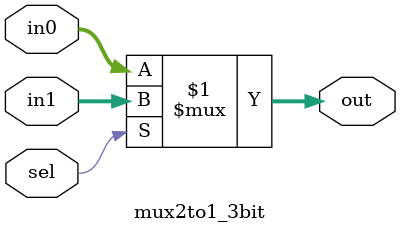
<source format=v>
`timescale 1ns / 1ps


module mux2to1_3bit(
    input [2:0] in0,      // 8-bit input 0
    input [2:0] in1,      // 8-bit input 1
    input sel,            // select line
    output [2:0] out      // 8-bit output
);

    assign out = (sel) ? in1 : in0;   // If sel=1, select in1; else select in0

endmodule

</source>
